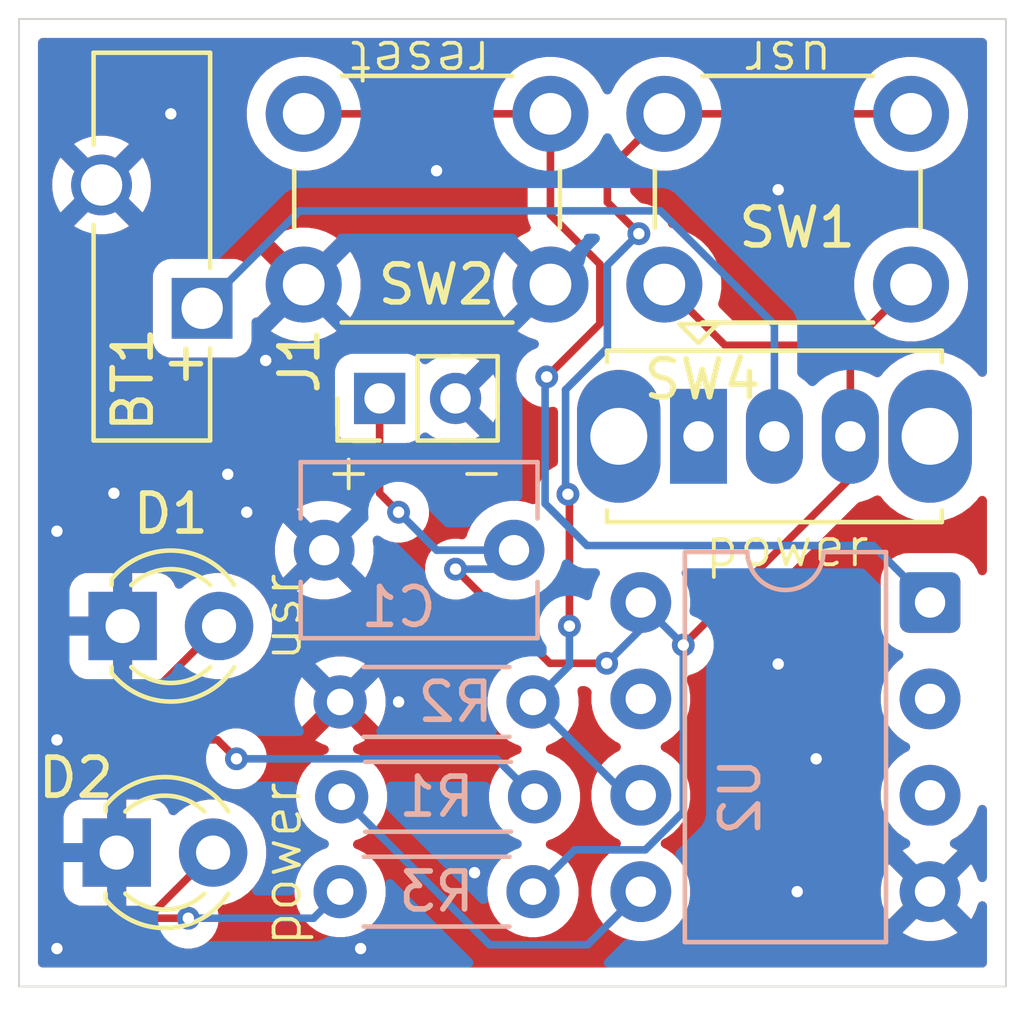
<source format=kicad_pcb>
(kicad_pcb (version 20241229) (generator "pcbnew") (generator_version "9.0")
  (layers (0 "F.Cu" signal) (2 "B.Cu" signal) (13 "F.Paste" user) (15 "B.Paste" user) (5 "F.SilkS" user "F.Silkscreen") (7 "B.SilkS" user "B.Silkscreen") (1 "F.Mask" user) (3 "B.Mask" user) (25 "Edge.Cuts" user))
  (net 0 "")
  (net 1 "GND")
  (net 2 "Net-(BT1-+)")
  (net 3 "VCC")
  (net 4 "Net-(D1-A)")
  (net 5 "Net-(D2-A)")
  (net 6 "Net-(U2-AREF{slash}PB0)")
  (net 7 "Net-(U2-PB1)")
  (net 8 "Net-(U2-~{RESET}{slash}PB5)")
  (footprint "LED_THT:LED_D3.0mm" (layer "F.Cu") (at 168.23 102.5)
    (property "Reference" "D1" (at 1.27 -2.96 0) (layer "F.SilkS"))
    (property "Value" ";-;")
    (fp_line (start -0.29 -1.236) (end -0.29 -1.08) (stroke (width 0.12)) (layer "F.SilkS"))
    (fp_line (start -0.29 1.08) (end -0.29 1.236) (stroke (width 0.12)) (layer "F.SilkS"))
    (fp_arc (start -0.29 -1.235516) (mid 1.36566 -1.987699) (end 2.941437 -1.08) (stroke (width 0.12)) (layer "F.SilkS"))
    (fp_arc (start 0.229039 -1.08) (mid 1.27 -1.5) (end 2.310961 -1.08) (stroke (width 0.12)) (layer "F.SilkS"))
    (fp_arc (start 2.310961 1.08) (mid 1.27 1.5) (end 0.229039 1.08) (stroke (width 0.12)) (layer "F.SilkS"))
    (fp_arc (start 2.941437 1.08) (mid 1.36566 1.987699) (end -0.29 1.235516) (stroke (width 0.12)) (layer "F.SilkS"))
    (pad "1" thru_hole rect (at 0 0) (size 1.8 1.8) (drill 0.9) (layers "*.Cu" "*.Mask") (net 1 "GND"))
    (pad "2" thru_hole circle (at 2.54 0) (size 1.8 1.8) (drill 0.9) (layers "*.Cu" "*.Mask") (net 4 "Net-(D1-A)"))
  )
  (footprint "Button_Switch_THT:SW_Slide_SPDT_Straight_CK_OS102011MS2Q" (layer "F.Cu") (at 183.4 97.5)
    (property "Reference" "SW4" (at 0.1 -1.5 0) (layer "F.SilkS"))
    (property "Value" "SW_SPST")
    (fp_line (start -2.41 -2.26) (end 6.41 -2.26) (stroke (width 0.12)) (layer "F.SilkS"))
    (fp_line (start -2.41 -1.95) (end -2.41 -2.26) (stroke (width 0.12)) (layer "F.SilkS"))
    (fp_line (start -2.41 2.26) (end -2.41 1.95) (stroke (width 0.12)) (layer "F.SilkS"))
    (fp_line (start -0.5 -2.96) (end 0 -2.46) (stroke (width 0.12)) (layer "F.SilkS"))
    (fp_line (start 0 -2.46) (end 0.5 -2.96) (stroke (width 0.12)) (layer "F.SilkS"))
    (fp_line (start 0.5 -2.96) (end -0.5 -2.96) (stroke (width 0.12)) (layer "F.SilkS"))
    (fp_line (start 6.41 -2.26) (end 6.41 -1.95) (stroke (width 0.12)) (layer "F.SilkS"))
    (fp_line (start 6.41 2.26) (end -2.41 2.26) (stroke (width 0.12)) (layer "F.SilkS"))
    (fp_line (start 6.41 2.26) (end 6.41 1.95) (stroke (width 0.12)) (layer "F.SilkS"))
    (pad "" thru_hole oval (at -2.1 0) (size 2.2 3.5) (drill 1.5) (layers "*.Cu" "*.Mask"))
    (pad "" thru_hole oval (at 6.1 0) (size 2.2 3.5) (drill 1.5) (layers "*.Cu" "*.Mask"))
    (pad "1" thru_hole rect (at 0 0) (size 1.5 2.5) (drill 0.8) (layers "*.Cu" "*.Mask"))
    (pad "2" thru_hole oval (at 2 0) (size 1.5 2.5) (drill 0.8) (layers "*.Cu" "*.Mask") (net 2 "Net-(BT1-+)"))
    (pad "3" thru_hole oval (at 4 0) (size 1.5 2.5) (drill 0.8) (layers "*.Cu" "*.Mask") (net 3 "VCC"))
  )
  (footprint "Button_Switch_THT:SW_PUSH_6mm_H7.3mm" (layer "F.Cu") (at 182.5 89)
    (property "Reference" "SW1" (at 3.5 3 0) (layer "F.SilkS"))
    (property "Value" ";-;")
    (fp_line (start -0.25 1.5) (end -0.25 3) (stroke (width 0.12)) (layer "F.SilkS"))
    (fp_line (start 1 5.5) (end 5.5 5.5) (stroke (width 0.12)) (layer "F.SilkS"))
    (fp_line (start 5.5 -1) (end 1 -1) (stroke (width 0.12)) (layer "F.SilkS"))
    (fp_line (start 6.75 3) (end 6.75 1.5) (stroke (width 0.12)) (layer "F.SilkS"))
    (pad "1" thru_hole circle (at 0 0 90) (size 2 2) (drill 1.1) (layers "*.Cu" "*.Mask") (net 7 "Net-(U2-PB1)"))
    (pad "1" thru_hole circle (at 6.5 0 90) (size 2 2) (drill 1.1) (layers "*.Cu" "*.Mask") (net 7 "Net-(U2-PB1)"))
    (pad "2" thru_hole circle (at 0 4.5 90) (size 2 2) (drill 1.1) (layers "*.Cu" "*.Mask") (net 3 "VCC"))
    (pad "2" thru_hole circle (at 6.5 4.5 90) (size 2 2) (drill 1.1) (layers "*.Cu" "*.Mask") (net 3 "VCC"))
  )
  (footprint "Connector_PinHeader_2.00mm:PinHeader_1x02_P2.00mm_Vertical" (layer "F.Cu") (at 175 96.5 90)
    (property "Reference" "J1" (at 1 -2.11 90) (layer "F.SilkS"))
    (property "Value" "Conn_01x02_Pin")
    (fp_line (start -1.11 -1.11) (end 0 -1.11) (stroke (width 0.12)) (layer "F.SilkS"))
    (fp_line (start -1.11 0) (end -1.11 -1.11) (stroke (width 0.12)) (layer "F.SilkS"))
    (fp_line (start 1.11 1) (end 1.11 3.11) (stroke (width 0.12)) (layer "F.SilkS"))
    (fp_line (start -1.11 1) (end 1.11 1) (stroke (width 0.12)) (layer "F.SilkS"))
    (fp_line (start -1.11 1) (end -1.11 3.11) (stroke (width 0.12)) (layer "F.SilkS"))
    (fp_line (start -1.11 3.11) (end 1.11 3.11) (stroke (width 0.12)) (layer "F.SilkS"))
    (pad "1" thru_hole rect (at 0 0 90) (size 1.35 1.35) (drill 0.8) (layers "*.Cu" "*.Mask") (net 3 "VCC"))
    (pad "2" thru_hole circle (at 0 2 90) (size 1.35 1.35) (drill 0.8) (layers "*.Cu" "*.Mask") (net 1 "GND"))
  )
  (footprint "Button_Switch_THT:SW_PUSH_6mm_H7.3mm" (layer "F.Cu") (at 173 89)
    (property "Reference" "SW2" (at 3.5 4.5 0) (layer "F.SilkS"))
    (property "Value" "SW_Push")
    (fp_line (start -0.25 1.5) (end -0.25 3) (stroke (width 0.12)) (layer "F.SilkS"))
    (fp_line (start 1 5.5) (end 5.5 5.5) (stroke (width 0.12)) (layer "F.SilkS"))
    (fp_line (start 5.5 -1) (end 1 -1) (stroke (width 0.12)) (layer "F.SilkS"))
    (fp_line (start 6.75 3) (end 6.75 1.5) (stroke (width 0.12)) (layer "F.SilkS"))
    (pad "1" thru_hole circle (at 0 0 90) (size 2 2) (drill 1.1) (layers "*.Cu" "*.Mask") (net 8 "Net-(U2-~{RESET}{slash}PB5)"))
    (pad "1" thru_hole circle (at 6.5 0 90) (size 2 2) (drill 1.1) (layers "*.Cu" "*.Mask") (net 8 "Net-(U2-~{RESET}{slash}PB5)"))
    (pad "2" thru_hole circle (at 0 4.5 90) (size 2 2) (drill 1.1) (layers "*.Cu" "*.Mask") (net 1 "GND"))
    (pad "2" thru_hole circle (at 6.5 4.5 90) (size 2 2) (drill 1.1) (layers "*.Cu" "*.Mask") (net 1 "GND"))
  )
  (footprint "Battery:Battery_Panasonic_CR1025-VSK_Vertical_CircularHoles" (layer "F.Cu") (at 170.325 94.125 90)
    (property "Reference" "BT1" (at -1.875 -1.825 90) (layer "F.SilkS"))
    (property "Value" "3V")
    (fp_line (start 4.31 -2.86) (end 6.735 -2.86) (stroke (width 0.12)) (layer "F.SilkS"))
    (fp_line (start -3.485 -2.86) (end 2.19 -2.86) (stroke (width 0.12)) (layer "F.SilkS"))
    (fp_line (start 6.735 0.21) (end 6.735 -2.86) (stroke (width 0.12)) (layer "F.SilkS"))
    (fp_line (start 1.06 0.21) (end 6.735 0.21) (stroke (width 0.12)) (layer "F.SilkS"))
    (fp_line (start -3.485 0.21) (end -3.485 -2.86) (stroke (width 0.12)) (layer "F.SilkS"))
    (fp_line (start -3.485 0.21) (end -1.06 0.21) (stroke (width 0.12)) (layer "F.SilkS"))
    (fp_text user "+" (at -1.46 -0.5 90) (layer "F.SilkS"))
    (pad "1" thru_hole rect (at 0 0 90) (size 1.6 1.6) (drill 1.09) (layers "*.Cu" "*.Mask") (net 2 "Net-(BT1-+)"))
    (pad "2" thru_hole circle (at 3.25 -2.65 90) (size 1.6 1.6) (drill 1.09) (layers "*.Cu" "*.Mask") (net 1 "GND"))
  )
  (footprint "LED_THT:LED_D3.0mm" (layer "F.Cu") (at 168.07381 108.47)
    (property "Reference" "D2" (at -1.07381 -1.97 0) (layer "F.SilkS"))
    (property "Value" "LED")
    (fp_line (start -0.29 -1.236) (end -0.29 -1.08) (stroke (width 0.12)) (layer "F.SilkS"))
    (fp_line (start -0.29 1.08) (end -0.29 1.236) (stroke (width 0.12)) (layer "F.SilkS"))
    (fp_arc (start -0.29 -1.235516) (mid 1.36566 -1.987699) (end 2.941437 -1.08) (stroke (width 0.12)) (layer "F.SilkS"))
    (fp_arc (start 0.229039 -1.08) (mid 1.27 -1.5) (end 2.310961 -1.08) (stroke (width 0.12)) (layer "F.SilkS"))
    (fp_arc (start 2.310961 1.08) (mid 1.27 1.5) (end 0.229039 1.08) (stroke (width 0.12)) (layer "F.SilkS"))
    (fp_arc (start 2.941437 1.08) (mid 1.36566 1.987699) (end -0.29 1.235516) (stroke (width 0.12)) (layer "F.SilkS"))
    (pad "1" thru_hole rect (at 0 0) (size 1.8 1.8) (drill 0.9) (layers "*.Cu" "*.Mask") (net 1 "GND"))
    (pad "2" thru_hole circle (at 2.54 0) (size 1.8 1.8) (drill 0.9) (layers "*.Cu" "*.Mask") (net 5 "Net-(D2-A)"))
  )
  (footprint "Package_DIP:DIP-8_W7.62mm" (layer "B.Cu") (at 189.5 101.88 180)
    (property "Reference" "U2" (at 5 -5.12 270) (layer "B.SilkS") (effects (justify mirror)))
    (property "Value" "ATtiny85-20P")
    (fp_line (start 6.46 1.33) (end 4.81 1.33) (stroke (width 0.12)) (layer "B.SilkS"))
    (fp_line (start 6.46 -8.95) (end 6.46 1.33) (stroke (width 0.12)) (layer "B.SilkS"))
    (fp_line (start 2.81 1.33) (end 1.16 1.33) (stroke (width 0.12)) (layer "B.SilkS"))
    (fp_line (start 1.16 1.33) (end 1.16 -8.95) (stroke (width 0.12)) (layer "B.SilkS"))
    (fp_line (start 1.16 -8.95) (end 6.46 -8.95) (stroke (width 0.12)) (layer "B.SilkS"))
    (fp_arc (start 2.81 1.33) (mid 3.81 0.33) (end 4.81 1.33) (stroke (width 0.12)) (layer "B.SilkS"))
    (pad "1" thru_hole roundrect (at 0 0 180) (size 1.6 1.6) (drill 0.8) (layers "*.Cu" "*.Mask") (roundrect_rratio 0.15625) (net 8 "Net-(U2-~{RESET}{slash}PB5)"))
    (pad "2" thru_hole circle (at 0 -2.54 180) (size 1.6 1.6) (drill 0.8) (layers "*.Cu" "*.Mask"))
    (pad "3" thru_hole circle (at 0 -5.08 180) (size 1.6 1.6) (drill 0.8) (layers "*.Cu" "*.Mask"))
    (pad "4" thru_hole circle (at 0 -7.62 180) (size 1.6 1.6) (drill 0.8) (layers "*.Cu" "*.Mask") (net 1 "GND"))
    (pad "5" thru_hole circle (at 7.62 -7.62 180) (size 1.6 1.6) (drill 0.8) (layers "*.Cu" "*.Mask") (net 6 "Net-(U2-AREF{slash}PB0)"))
    (pad "6" thru_hole circle (at 7.62 -5.08 180) (size 1.6 1.6) (drill 0.8) (layers "*.Cu" "*.Mask") (net 7 "Net-(U2-PB1)"))
    (pad "7" thru_hole circle (at 7.62 -2.54 180) (size 1.6 1.6) (drill 0.8) (layers "*.Cu" "*.Mask"))
    (pad "8" thru_hole circle (at 7.62 0 180) (size 1.6 1.6) (drill 0.8) (layers "*.Cu" "*.Mask") (net 3 "VCC"))
  )
  (footprint "Resistor_THT:R_Axial_DIN0204_L3.6mm_D1.6mm_P5.08mm_Horizontal" (layer "B.Cu") (at 179.08 107 180)
    (property "Reference" "R1" (at 2.58 0 180) (layer "B.SilkS") (effects (justify mirror)))
    (property "Value" "1k")
    (fp_line (start 0.62 0.92) (end 4.46 0.92) (stroke (width 0.12)) (layer "B.SilkS"))
    (fp_line (start 0.62 -0.92) (end 4.46 -0.92) (stroke (width 0.12)) (layer "B.SilkS"))
    (pad "1" thru_hole circle (at 0 0 180) (size 1.4 1.4) (drill 0.7) (layers "*.Cu" "*.Mask") (net 4 "Net-(D1-A)"))
    (pad "2" thru_hole circle (at 5.08 0 180) (size 1.4 1.4) (drill 0.7) (layers "*.Cu" "*.Mask") (net 6 "Net-(U2-AREF{slash}PB0)"))
  )
  (footprint "Resistor_THT:R_Axial_DIN0204_L3.6mm_D1.6mm_P5.08mm_Horizontal" (layer "B.Cu") (at 179.04 104.5 180)
    (property "Reference" "R2" (at 2.04 0 0) (layer "B.SilkS") (effects (justify mirror)))
    (property "Value" "1k")
    (fp_line (start 0.62 0.92) (end 4.46 0.92) (stroke (width 0.12)) (layer "B.SilkS"))
    (fp_line (start 0.62 -0.92) (end 4.46 -0.92) (stroke (width 0.12)) (layer "B.SilkS"))
    (pad "1" thru_hole circle (at 0 0 180) (size 1.4 1.4) (drill 0.7) (layers "*.Cu" "*.Mask") (net 7 "Net-(U2-PB1)"))
    (pad "2" thru_hole circle (at 5.08 0 180) (size 1.4 1.4) (drill 0.7) (layers "*.Cu" "*.Mask") (net 1 "GND"))
  )
  (footprint "Resistor_THT:R_Axial_DIN0204_L3.6mm_D1.6mm_P5.08mm_Horizontal" (layer "B.Cu") (at 179.04 109.5 180)
    (property "Reference" "R3" (at 2.54 0 0) (layer "B.SilkS") (effects (justify mirror)))
    (property "Value" "1k")
    (fp_line (start 0.62 0.92) (end 4.46 0.92) (stroke (width 0.12)) (layer "B.SilkS"))
    (fp_line (start 0.62 -0.92) (end 4.46 -0.92) (stroke (width 0.12)) (layer "B.SilkS"))
    (pad "1" thru_hole circle (at 0 0 180) (size 1.4 1.4) (drill 0.7) (layers "*.Cu" "*.Mask") (net 3 "VCC"))
    (pad "2" thru_hole circle (at 5.08 0 180) (size 1.4 1.4) (drill 0.7) (layers "*.Cu" "*.Mask") (net 5 "Net-(D2-A)"))
  )
  (footprint "Capacitor_THT:C_Disc_D6.0mm_W4.4mm_P5.00mm" (layer "B.Cu") (at 178.54 100.5 180)
    (property "Reference" "C1" (at 3.04 -1.5 0) (layer "B.SilkS") (effects (justify mirror)))
    (property "Value" "10uF")
    (fp_line (start 5.62 2.32) (end 5.62 0.835) (stroke (width 0.12)) (layer "B.SilkS"))
    (fp_line (start 5.62 -0.835) (end 5.62 -2.32) (stroke (width 0.12)) (layer "B.SilkS"))
    (fp_line (start 5.62 -2.32) (end -0.62 -2.32) (stroke (width 0.12)) (layer "B.SilkS"))
    (fp_line (start -0.62 2.32) (end 5.62 2.32) (stroke (width 0.12)) (layer "B.SilkS"))
    (fp_line (start -0.62 0.835) (end -0.62 2.32) (stroke (width 0.12)) (layer "B.SilkS"))
    (fp_line (start -0.62 -2.32) (end -0.62 -0.835) (stroke (width 0.12)) (layer "B.SilkS"))
    (pad "1" thru_hole circle (at 0 0 180) (size 1.6 1.6) (drill 0.8) (layers "*.Cu" "*.Mask") (net 3 "VCC"))
    (pad "2" thru_hole circle (at 5 0 180) (size 1.6 1.6) (drill 0.8) (layers "*.Cu" "*.Mask") (net 1 "GND"))
  )
  (gr_rect (start 165.5 86.5) (end 191.5 112) (stroke (width 0.05)) (fill no) (layer "Edge.Cuts"))
  (gr_text "reset" (at 178 87 180) (layer "F.SilkS") (effects (font (size 1 1) (thickness 0.1)) (justify left bottom)))
  (gr_text "usr" (at 187 87 180) (layer "F.SilkS") (effects (font (size 1 1) (thickness 0.1)) (justify left bottom)))
  (gr_text "+" (at 173.5 99 0) (layer "F.SilkS") (effects (font (size 1 1) (thickness 0.1)) (justify left bottom)))
  (gr_text "power" (at 183.5 101 0) (layer "F.SilkS") (effects (font (size 1 1) (thickness 0.1)) (justify left bottom)))
  (gr_text "usr" (at 173 103.5 90) (layer "F.SilkS") (effects (font (size 1 1) (thickness 0.1)) (justify left bottom)))
  (gr_text "power" (at 173 111 90) (layer "F.SilkS") (effects (font (size 1 1) (thickness 0.1)) (justify left bottom)))
  (gr_text "-" (at 177 99 0) (layer "F.SilkS") (effects (font (size 1 1) (thickness 0.1)) (justify left bottom)))
  (via (at 185.5 91) (size 0.6) (drill 0.3) (layers "F.Cu" "B.Cu") (net 1))
  (via (at 177.5 109) (size 0.6) (drill 0.3) (layers "F.Cu" "B.Cu") (net 1))
  (via (at 169.5 89) (size 0.6) (drill 0.3) (layers "F.Cu" "B.Cu") (net 1))
  (via (at 174.5 111) (size 0.6) (drill 0.3) (layers "F.Cu" "B.Cu") (net 1))
  (via (at 166.5 100) (size 0.6) (drill 0.3) (layers "F.Cu" "B.Cu") (net 1))
  (via (at 176.5 90.5) (size 0.6) (drill 0.3) (layers "F.Cu" "B.Cu") (net 1))
  (via (at 186 109.5) (size 0.6) (drill 0.3) (layers "F.Cu" "B.Cu") (net 1))
  (via (at 171 98.5) (size 0.6) (drill 0.3) (layers "F.Cu" "B.Cu") (net 1))
  (via (at 175.5 104.5) (size 0.6) (drill 0.3) (layers "F.Cu" "B.Cu") (net 1))
  (via (at 172 95.5) (size 0.6) (drill 0.3) (layers "F.Cu" "B.Cu") (net 1))
  (via (at 166.5 105.5) (size 0.6) (drill 0.3) (layers "F.Cu" "B.Cu") (net 1))
  (via (at 168 99) (size 0.6) (drill 0.3) (layers "F.Cu" "B.Cu") (net 1))
  (via (at 186.5 106) (size 0.6) (drill 0.3) (layers "F.Cu" "B.Cu") (net 1))
  (via (at 171.5 99.5) (size 0.6) (drill 0.3) (layers "F.Cu" "B.Cu") (net 1))
  (via (at 166.5 111) (size 0.6) (drill 0.3) (layers "F.Cu" "B.Cu") (net 1))
  (via (at 185.5 103.5) (size 0.6) (drill 0.3) (layers "F.Cu" "B.Cu") (net 1))
  (segment (start 172.892643 91.557357) (end 182.397249 91.557357) (width 0.2) (layer "B.Cu") (net 2))
  (segment (start 185.4 94.560108) (end 185.4 97.5) (width 0.2) (layer "B.Cu") (net 2))
  (segment (start 182.397249 91.557357) (end 185.4 94.560108) (width 0.2) (layer "B.Cu") (net 2))
  (segment (start 170.325 94.125) (end 172.892643 91.557357) (width 0.2) (layer "B.Cu") (net 2))
  (segment (start 175 96.5) (end 175 99) (width 0.2) (layer "F.Cu") (net 3))
  (segment (start 187.4 98.6) (end 187.4 97.5) (width 0.2) (layer "F.Cu") (net 3))
  (segment (start 175 99) (end 175.5 99.5) (width 0.2) (layer "F.Cu") (net 3))
  (segment (start 182.5 93.5) (end 184.1 95.1) (width 0.2) (layer "F.Cu") (net 3))
  (segment (start 187.4 95.1) (end 187.4 97.5) (width 0.2) (layer "F.Cu") (net 3))
  (segment (start 179.480564 103.480564) (end 177 101) (width 0.2) (layer "F.Cu") (net 3))
  (segment (start 184.1 95.1) (end 187.4 95.1) (width 0.2) (layer "F.Cu") (net 3))
  (segment (start 183 103) (end 187.4 98.6) (width 0.2) (layer "F.Cu") (net 3))
  (segment (start 189 93.5) (end 187.4 95.1) (width 0.2) (layer "F.Cu") (net 3))
  (segment (start 180.981409 103.480564) (end 179.480564 103.480564) (width 0.2) (layer "F.Cu") (net 3))
  (via (at 175.5 99.5) (size 0.6) (drill 0.3) (layers "F.Cu" "B.Cu") (net 3))
  (via (at 183 103) (size 0.6) (drill 0.3) (layers "F.Cu" "B.Cu") (net 3))
  (via (at 177 101) (size 0.6) (drill 0.3) (layers "F.Cu" "B.Cu") (net 3))
  (via (at 180.981409 103.480564) (size 0.6) (drill 0.3) (layers "F.Cu" "B.Cu") (net 3))
  (segment (start 175.5 99.5) (end 176.5 100.5) (width 0.2) (layer "B.Cu") (net 3))
  (segment (start 181.88 101.88) (end 181.88 102.581973) (width 0.2) (layer "B.Cu") (net 3))
  (segment (start 178.04 101) (end 178.54 100.5) (width 0.2) (layer "B.Cu") (net 3))
  (segment (start 177 101) (end 178.04 101) (width 0.2) (layer "B.Cu") (net 3))
  (segment (start 183 107.39705) (end 183 103) (width 0.2) (layer "B.Cu") (net 3))
  (segment (start 180.141 108.399) (end 181.99805 108.399) (width 0.2) (layer "B.Cu") (net 3))
  (segment (start 183 103) (end 181.88 101.88) (width 0.2) (layer "B.Cu") (net 3))
  (segment (start 179.04 109.5) (end 180.141 108.399) (width 0.2) (layer "B.Cu") (net 3))
  (segment (start 176.5 100.5) (end 178.54 100.5) (width 0.2) (layer "B.Cu") (net 3))
  (segment (start 181.99805 108.399) (end 183 107.39705) (width 0.2) (layer "B.Cu") (net 3))
  (segment (start 181.88 102.581973) (end 180.981409 103.480564) (width 0.2) (layer "B.Cu") (net 3))
  (segment (start 170.729 105.499) (end 171.229 105.999) (width 0.2) (layer "F.Cu") (net 4))
  (segment (start 167.771 105.499) (end 170.729 105.499) (width 0.2) (layer "F.Cu") (net 4))
  (segment (start 170.77 102.5) (end 167.771 105.499) (width 0.2) (layer "F.Cu") (net 4))
  (via (at 171.229 105.999) (size 0.6) (drill 0.3) (layers "F.Cu" "B.Cu") (net 4))
  (segment (start 178.079 105.999) (end 179.08 107) (width 0.2) (layer "B.Cu") (net 4))
  (segment (start 171.229 105.999) (end 178.079 105.999) (width 0.2) (layer "B.Cu") (net 4))
  (segment (start 168.88381 110.2) (end 169.96 110.2) (width 0.2) (layer "F.Cu") (net 5))
  (segment (start 170.61381 108.47) (end 168.88381 110.2) (width 0.2) (layer "F.Cu") (net 5))
  (via (at 169.96 110.2) (size 0.6) (drill 0.3) (layers "F.Cu" "B.Cu") (net 5))
  (segment (start 169.96 110.2) (end 173.26 110.2) (width 0.2) (layer "B.Cu") (net 5))
  (segment (start 173.26 110.2) (end 173.96 109.5) (width 0.2) (layer "B.Cu") (net 5))
  (segment (start 177.899 110.899) (end 180.481 110.899) (width 0.2) (layer "B.Cu") (net 6))
  (segment (start 174 107) (end 177.899 110.899) (width 0.2) (layer "B.Cu") (net 6))
  (segment (start 180.481 110.899) (end 181.88 109.5) (width 0.2) (layer "B.Cu") (net 6))
  (segment (start 180 99.064751) (end 179.960848 99.025599) (width 0.2) (layer "F.Cu") (net 7))
  (segment (start 180 102.5) (end 180 99.064751) (width 0.2) (layer "F.Cu") (net 7))
  (segment (start 181 91.329179) (end 181 90.5) (width 0.2) (layer "F.Cu") (net 7))
  (segment (start 181.829178 92.158357) (end 181 91.329179) (width 0.2) (layer "F.Cu") (net 7))
  (segment (start 181 90.5) (end 182.5 89) (width 0.2) (layer "F.Cu") (net 7))
  (segment (start 182.5 89) (end 189 89) (width 0.2) (layer "F.Cu") (net 7))
  (via (at 179.960848 99.025599) (size 0.6) (drill 0.3) (layers "F.Cu" "B.Cu") (net 7))
  (via (at 181.829178 92.158357) (size 0.6) (drill 0.3) (layers "F.Cu" "B.Cu") (net 7))
  (via (at 180 102.5) (size 0.6) (drill 0.3) (layers "F.Cu" "B.Cu") (net 7))
  (segment (start 181 92.987535) (end 181 95.168687) (width 0.2) (layer "B.Cu") (net 7))
  (segment (start 179.899 98.963751) (end 179.960848 99.025599) (width 0.2) (layer "B.Cu") (net 7))
  (segment (start 181.829178 92.158357) (end 181 92.987535) (width 0.2) (layer "B.Cu") (net 7))
  (segment (start 179.899 96.269687) (end 179.899 98.963751) (width 0.2) (layer "B.Cu") (net 7))
  (segment (start 181.5 106.96) (end 181.88 106.96) (width 0.2) (layer "B.Cu") (net 7))
  (segment (start 180 103.54) (end 180 102.5) (width 0.2) (layer "B.Cu") (net 7))
  (segment (start 179.04 104.5) (end 181.5 106.96) (width 0.2) (layer "B.Cu") (net 7))
  (segment (start 179.04 104.5) (end 180 103.54) (width 0.2) (layer "B.Cu") (net 7))
  (segment (start 181 95.168687) (end 179.899 96.269687) (width 0.2) (layer "B.Cu") (net 7))
  (segment (start 179.5 91.660108) (end 180.801 92.961108) (width 0.2) (layer "F.Cu") (net 8))
  (segment (start 180.801 94.534593) (end 179.4019 95.933693) (width 0.2) (layer "F.Cu") (net 8))
  (segment (start 180.801 92.961108) (end 180.801 94.534593) (width 0.2) (layer "F.Cu") (net 8))
  (segment (start 179.5 89) (end 179.5 91.660108) (width 0.2) (layer "F.Cu") (net 8))
  (segment (start 173 89) (end 179.5 89) (width 0.2) (layer "F.Cu") (net 8))
  (via (at 179.4019 95.933693) (size 0.6) (drill 0.3) (layers "F.Cu" "B.Cu") (net 8))
  (segment (start 187.998 100.378) (end 189.5 101.88) (width 0.2) (layer "B.Cu") (net 8))
  (segment (start 179.359848 99.274542) (end 180.463306 100.378) (width 0.2) (layer "B.Cu") (net 8))
  (segment (start 180.463306 100.378) (end 187.998 100.378) (width 0.2) (layer "B.Cu") (net 8))
  (segment (start 179.4019 95.933693) (end 179.359848 95.975745) (width 0.2) (layer "B.Cu") (net 8))
  (segment (start 179.359848 95.975745) (end 179.359848 99.274542) (width 0.2) (layer "B.Cu") (net 8))
  (zone (net 1) (net_name "GND") (layers "F.Cu" "B.Cu") (connect_pads (clearance 0.5)) (min_thickness 0.25) (fill yes (thermal_gap 0.5) (thermal_bridge_width 0.5))
    (polygon (pts (xy 192 86) (xy 165 86) (xy 165 112.5) (xy 192 112.5)))
  )
)
</source>
